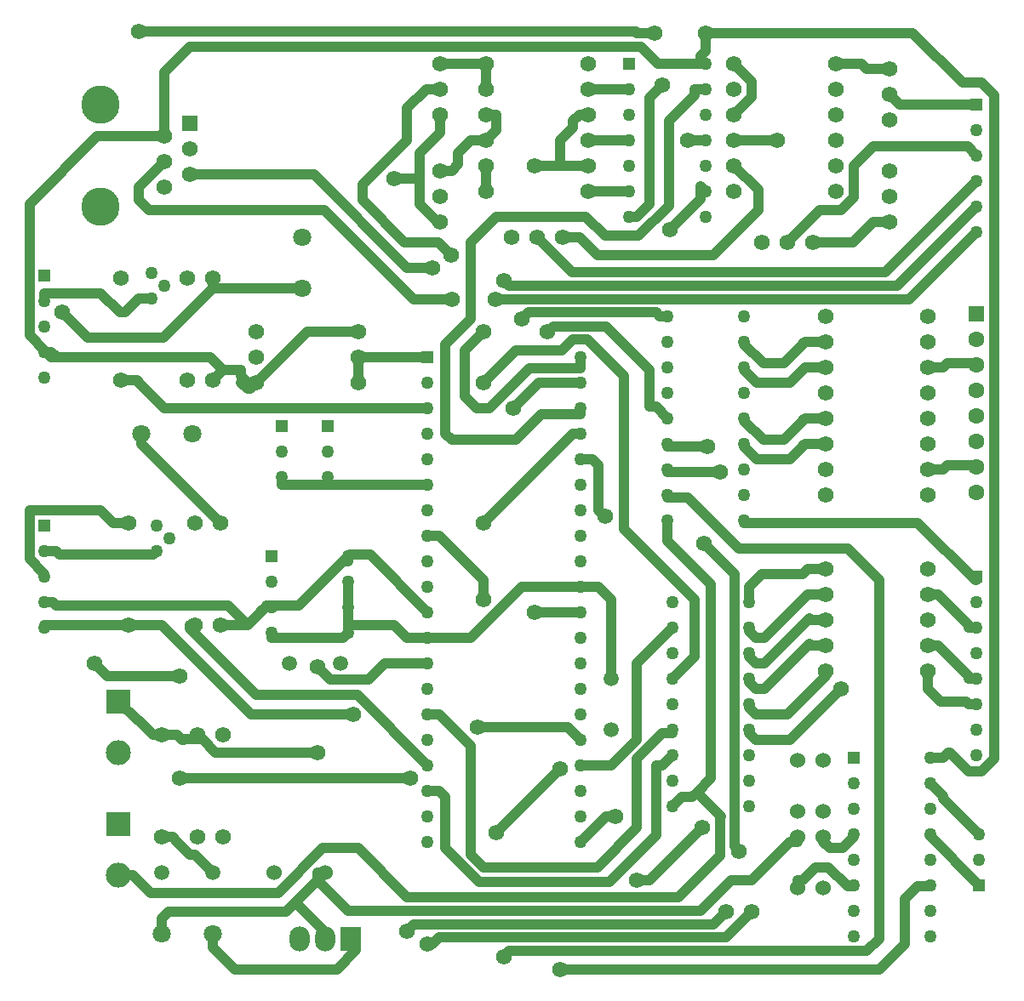
<source format=gtl>
%FSLAX23Y23*%
%MOIN*%
G70*
G01*
G75*
%ADD10C,0.040*%
%ADD11C,0.050*%
%ADD12C,0.060*%
%ADD13C,0.059*%
%ADD14R,0.050X0.050*%
%ADD15C,0.071*%
%ADD16C,0.150*%
%ADD17C,0.062*%
%ADD18R,0.062X0.062*%
%ADD19O,0.079X0.098*%
%ADD20R,0.079X0.098*%
%ADD21R,0.063X0.063*%
%ADD22C,0.063*%
%ADD23C,0.098*%
%ADD24R,0.098X0.098*%
D10*
X10845Y6787D02*
Y7097D01*
X10795Y7148D02*
X10845Y7097D01*
X8625Y6988D02*
Y6997D01*
X9695Y6028D02*
X9725D01*
X9815Y5878D02*
X11195D01*
X11315Y5997D01*
X11395D01*
X11545Y6148D01*
X11575D01*
Y6167D01*
X11845Y9177D02*
X11935D01*
X11845D02*
Y9177D01*
X11825Y9198D02*
X11845Y9177D01*
X11795Y9198D02*
X11825D01*
X11795Y9198D02*
Y9198D01*
X11725Y9198D02*
X11795D01*
X10355Y8698D02*
Y8797D01*
X10295Y9198D02*
X10355D01*
X10295D02*
Y9198D01*
X10245D02*
X10295D01*
X10245Y9198D02*
Y9198D01*
X10175Y9198D02*
X10245D01*
X10355Y9097D02*
Y9198D01*
X11935Y9078D02*
X11975Y9038D01*
X12275D01*
X11918Y8380D02*
X12275Y8738D01*
X10692Y8380D02*
X11918D01*
X10555Y8517D02*
X10692Y8380D01*
X9285Y8318D02*
Y8358D01*
X9005Y7707D02*
Y7747D01*
Y7707D02*
X9315Y7398D01*
X9855Y7948D02*
Y8047D01*
X8925Y7957D02*
X8986D01*
X8995Y7949D01*
Y7948D02*
Y7949D01*
Y7948D02*
X9095Y7847D01*
X10125D01*
Y7847D02*
Y7847D01*
X9555Y7548D02*
Y7577D01*
X10125Y7548D02*
Y7548D01*
X9995Y6997D02*
X10045Y6948D01*
X11215Y9248D02*
Y9318D01*
X11195Y9227D02*
X11215Y9248D01*
X9795Y8148D02*
X9855D01*
X9795D02*
Y8148D01*
X9655D02*
X9795D01*
X9419Y7923D02*
X9430D01*
X9395Y7946D02*
X9419Y7923D01*
X9395Y7946D02*
Y7948D01*
X11635Y8498D02*
X11695D01*
Y8498D01*
X11791D01*
X11870Y8576D01*
Y8578D01*
X11935D01*
X11085Y6287D02*
X11120Y6323D01*
X11160D01*
X11235Y6398D02*
Y7157D01*
X11065Y7327D02*
X11235Y7157D01*
X11065Y7327D02*
Y7407D01*
X10945Y6847D02*
X11085Y6988D01*
X10945Y6548D02*
Y6847D01*
X10845Y6448D02*
X10945Y6548D01*
X10770Y6448D02*
X10845D01*
X10725Y6448D02*
X10770D01*
X8625Y8267D02*
Y8297D01*
X8845D02*
X8920Y8222D01*
X8941D01*
X8995Y8276D01*
Y8278D01*
X9045D01*
X12275Y6987D02*
X12275Y6987D01*
X12245D02*
X12275D01*
X12125Y7117D02*
X12245Y6997D01*
X12085Y7117D02*
X12125D01*
X12275Y6787D02*
X12275Y6787D01*
X12245D02*
X12275D01*
X12125Y6918D02*
X12245Y6798D01*
X12085Y6918D02*
X12125D01*
X10425Y8347D02*
X10445Y8328D01*
X11965D01*
X12275Y8637D01*
X10355Y8998D02*
X10395D01*
X10355Y8898D02*
X10395Y8938D01*
X12275Y8017D02*
X12275Y8017D01*
Y8023D01*
X12160D02*
X12275D01*
X12145Y8007D02*
X12160Y8023D01*
X12145Y8007D02*
Y8007D01*
X12085Y8007D02*
X12145D01*
X12275Y7617D02*
X12275Y7617D01*
Y7622D01*
X12160D02*
X12275D01*
X12145Y7608D02*
X12160Y7622D01*
X12145Y7608D02*
Y7608D01*
X12085Y7608D02*
X12145D01*
X11795Y6178D02*
X11795Y6178D01*
X11790Y6173D02*
X11795Y6178D01*
X11790Y6173D02*
X11790D01*
X11795Y6168D01*
X11750Y6122D02*
X11795Y6168D01*
X11700Y6122D02*
X11750D01*
X11675Y6148D02*
X11700Y6122D01*
X11675Y6148D02*
Y6167D01*
X12095Y6178D02*
X12095Y6178D01*
X12090Y6173D02*
X12095Y6178D01*
X12090Y6173D02*
X12090D01*
X12285Y5977D01*
X11245Y5825D02*
X11295Y5874D01*
X10072Y5825D02*
X11245D01*
X10045Y5798D02*
X10072Y5825D01*
X11545Y6548D02*
X11745Y6747D01*
X11410Y6548D02*
X11545D01*
X11385Y6573D02*
X11410Y6548D01*
X11385Y6573D02*
Y6588D01*
X11045Y6448D02*
X11085Y6488D01*
X11045Y6448D02*
Y6448D01*
X11020D02*
X11045D01*
X11020Y6173D02*
Y6448D01*
X10838Y5990D02*
X11020Y6173D01*
X10327Y5990D02*
X10838D01*
X10195Y6122D02*
X10327Y5990D01*
X10195Y6122D02*
Y6323D01*
X10170Y6347D02*
X10195Y6323D01*
X10125Y6347D02*
X10170D01*
X10125Y6347D02*
Y6347D01*
X11170Y9197D02*
Y9198D01*
X11028D02*
X11170D01*
X10962Y9264D02*
X11028Y9198D01*
X9195Y9264D02*
X10962D01*
X9095Y9163D02*
X9195Y9264D01*
X9095Y8913D02*
Y9163D01*
X11215Y9318D02*
X12025D01*
X12220Y9123D01*
X12295D01*
X12345Y9073D01*
Y6472D02*
Y9073D01*
X12295Y6423D02*
X12345Y6472D01*
X12245Y6423D02*
X12295D01*
X12170Y6497D02*
X12245Y6423D01*
X12164Y6497D02*
X12170D01*
X12145Y6478D02*
X12164Y6497D01*
X12145Y6478D02*
Y6478D01*
X12095Y6478D02*
X12145D01*
X8651Y8068D02*
X8670Y8049D01*
X8566Y8132D02*
Y8648D01*
X8831Y8913D01*
X9095D01*
X9275Y8047D02*
X9325Y7997D01*
X9285Y7957D02*
X9325Y7997D01*
X9815Y7247D02*
Y7267D01*
X9820Y7273D02*
X9900D01*
X10125Y7048D01*
Y7048D02*
Y7048D01*
X10695Y8797D02*
X10755D01*
X10695D02*
Y8797D01*
X11325D02*
X11420Y8703D01*
Y8623D02*
Y8703D01*
X11245Y8448D02*
X11420Y8623D01*
X10789Y8448D02*
X11245D01*
X10720Y8517D02*
X10789Y8448D01*
X10720Y8517D02*
Y8517D01*
X10655D02*
X10720D01*
X11325Y9198D02*
X11395Y9127D01*
Y9068D02*
Y9127D01*
X11325Y8998D02*
X11395Y9068D01*
X12275Y7187D02*
X12275Y7187D01*
Y7173D02*
Y7187D01*
X12270Y7173D02*
X12275D01*
X12045Y7398D02*
X12270Y7173D01*
X11365Y7398D02*
X12045D01*
X11365D02*
Y7407D01*
X9695Y6834D02*
X9745Y6785D01*
X9895D01*
X9958Y6847D01*
X10125D01*
Y6847D02*
Y6847D01*
X11395Y8898D02*
X11495D01*
X11395Y8898D02*
Y8898D01*
X11325Y8898D02*
X11395D01*
X11272Y6247D02*
X11273D01*
X11270Y6246D02*
X11272Y6247D01*
X11270Y6095D02*
Y6246D01*
X11106Y5931D02*
X11270Y6095D01*
X10045Y5931D02*
X11106D01*
X9853Y6122D02*
X10045Y5931D01*
X9714Y6122D02*
X9853D01*
X9539Y5948D02*
X9714Y6122D01*
X9040Y5948D02*
X9539D01*
X8970Y6017D02*
X9040Y5948D01*
X8915Y6017D02*
X8970D01*
X10125Y8047D02*
Y8047D01*
X9945D02*
X10125D01*
X9945Y8047D02*
Y8047D01*
X9855Y8047D02*
X9945D01*
X9825Y5768D02*
X9825Y5777D01*
X9845D01*
Y5722D02*
Y5777D01*
X9770Y5648D02*
X9845Y5722D01*
X9370Y5648D02*
X9770D01*
X9285Y5733D02*
X9370Y5648D01*
X9285Y5733D02*
Y5787D01*
X8695Y8222D02*
X8795Y8123D01*
X9090D01*
X9285Y8318D01*
X12012Y8274D02*
X12275Y8538D01*
X10389Y8274D02*
X12012D01*
X10166Y8498D02*
X10216Y8448D01*
X10035Y8498D02*
X10166D01*
X9870Y8663D02*
X10035Y8498D01*
X9870Y8663D02*
Y8722D01*
X10045Y8898D01*
Y9023D01*
X10120Y9097D01*
X10175D01*
X11535Y8498D02*
X11660Y8623D01*
X11745D01*
X11795Y8672D01*
Y8797D01*
X11870Y8873D01*
X12240D01*
X12275Y8837D01*
X11685Y6798D02*
Y6818D01*
X11535Y6648D02*
X11685Y6798D01*
X11410Y6648D02*
X11535D01*
X11385Y6673D02*
X11410Y6648D01*
X11385Y6673D02*
Y6688D01*
X11624Y6918D02*
X11685D01*
X11620Y6922D02*
X11624Y6918D01*
X11620Y6922D02*
Y6923D01*
X11445Y6747D02*
X11620Y6923D01*
X11410Y6747D02*
X11445D01*
X11385Y6773D02*
X11410Y6747D01*
X11385Y6773D02*
Y6787D01*
X11624Y7017D02*
X11685D01*
X11620Y7022D02*
X11624Y7017D01*
X11620Y7022D02*
Y7023D01*
X11445Y6847D02*
X11620Y7023D01*
X11410Y6847D02*
X11445D01*
X11385Y6872D02*
X11410Y6847D01*
X11385Y6872D02*
Y6887D01*
X11615Y7117D02*
X11685D01*
X11595Y7097D02*
X11615Y7117D01*
X11595Y7097D02*
Y7097D01*
X11445Y6948D02*
X11595Y7097D01*
X11410Y6948D02*
X11445D01*
X11385Y6972D02*
X11410Y6948D01*
X11385Y6972D02*
Y6988D01*
X11615Y7218D02*
X11685D01*
X11595Y7198D02*
X11615Y7218D01*
X11595Y7198D02*
Y7198D01*
X11435Y7198D02*
X11595D01*
X11385Y7148D02*
X11435Y7198D01*
X11385Y7088D02*
Y7148D01*
X11604Y7707D02*
X11685D01*
X11595Y7699D02*
X11604Y7707D01*
X11595Y7698D02*
Y7699D01*
X11545Y7648D02*
X11595Y7698D01*
X11415Y7648D02*
X11545D01*
X11365Y7698D02*
X11415Y7648D01*
X11365Y7698D02*
Y7707D01*
X11604Y7807D02*
X11685D01*
X11595Y7799D02*
X11604Y7807D01*
X11595Y7798D02*
Y7799D01*
X11520Y7722D02*
X11595Y7798D01*
X11440Y7722D02*
X11520D01*
X11365Y7798D02*
X11440Y7722D01*
X11365Y7798D02*
Y7807D01*
X11604Y8007D02*
X11685D01*
X11595Y7998D02*
X11604Y8007D01*
X11595Y7997D02*
Y7998D01*
X11545Y7948D02*
X11595Y7997D01*
X11415Y7948D02*
X11545D01*
X11365Y7997D02*
X11415Y7948D01*
X11365Y7997D02*
Y8007D01*
X11604Y8108D02*
X11685D01*
X11595Y8099D02*
X11604Y8108D01*
X11595Y8097D02*
Y8099D01*
X11520Y8023D02*
X11595Y8097D01*
X11440Y8023D02*
X11520D01*
X11365Y8097D02*
X11440Y8023D01*
X11365Y8097D02*
Y8108D01*
X11795Y5978D02*
X11795Y5978D01*
X11790Y5972D02*
X11795Y5978D01*
X11770Y5972D02*
X11790D01*
X11695Y6048D02*
X11770Y5972D01*
X11645Y6048D02*
X11695D01*
X11595Y5997D02*
X11645Y6048D01*
X11575Y5967D02*
Y5997D01*
X10725Y7648D02*
Y7648D01*
X10770D01*
X10795Y7622D01*
Y7448D02*
Y7622D01*
Y7448D02*
X10820Y7423D01*
X11075Y8547D02*
X11195Y8667D01*
Y8718D01*
X11215Y8697D01*
X11215Y8697D01*
X10725Y7747D02*
Y7747D01*
X10695D02*
X10725D01*
X10345Y7398D02*
X10695Y7747D01*
X11145Y8898D02*
X11170D01*
Y8897D02*
Y8898D01*
Y8897D02*
X11215D01*
X10725Y7823D02*
Y7847D01*
X10570Y7823D02*
X10725D01*
X10470Y7722D02*
X10570Y7823D01*
X10220Y7722D02*
X10470D01*
X10195Y7747D02*
X10220Y7722D01*
X10195Y7747D02*
Y8097D01*
X10295Y8198D01*
Y8498D01*
X10395Y8597D01*
X10745D01*
X10820Y8523D01*
X10952D01*
X11070Y8641D01*
Y8972D01*
X11170Y9073D01*
Y9097D01*
X11215D01*
X9195Y8762D02*
X9680D01*
X10045Y8398D01*
X10145D01*
X10462Y7847D02*
X10562Y7948D01*
X10725D01*
Y7948D02*
Y7948D01*
X8995Y8712D02*
X9095Y8812D01*
X8995Y8663D02*
Y8712D01*
Y8663D02*
X9035Y8623D01*
X9720D01*
X10070Y8273D01*
X10220D01*
X10270Y8073D02*
X10345Y8148D01*
X10270Y7893D02*
Y8073D01*
Y7893D02*
X10316Y7847D01*
X10366D01*
X10524Y8005D01*
X10725D02*
Y8047D01*
X11065Y7497D02*
Y7508D01*
Y7497D02*
X11145D01*
X11345Y7298D01*
X11770D01*
X11895Y7173D01*
Y5768D02*
Y7173D01*
X11845Y5719D02*
X11895Y5768D01*
X10445Y5719D02*
X11845D01*
X10424Y5698D02*
X10445Y5719D01*
X11065Y7597D02*
Y7608D01*
Y7597D02*
X11271D01*
X11293Y5772D02*
X11395Y5873D01*
X10169Y5772D02*
X11293D01*
X10145Y5747D02*
X10169Y5772D01*
X10125Y5747D02*
X10145D01*
X10725Y6148D02*
Y6148D01*
X10825Y6247D01*
X10862D01*
X11326Y6130D02*
X11345Y6111D01*
X11326Y6130D02*
Y7198D01*
X11207Y7317D02*
X11326Y7198D01*
X11065Y7698D02*
X11220D01*
X11065D02*
Y7707D01*
X11020Y7852D02*
X11065Y7807D01*
X10995Y7852D02*
X11020D01*
X10995D02*
Y7997D01*
X10824Y8168D02*
X10995Y7997D01*
X10616Y8168D02*
X10824D01*
X10595Y8148D02*
X10616Y8168D01*
X10395Y6183D02*
X10645Y6433D01*
X9433Y6648D02*
X9833D01*
X9083Y6997D02*
X9433Y6648D01*
X10915Y8597D02*
X10915Y8597D01*
X10915Y8597D02*
Y8597D01*
X10945D01*
X10995Y8648D01*
Y9062D01*
X11045Y9113D01*
X10125Y6448D02*
Y6448D01*
X9850Y6722D02*
X10125Y6448D01*
X9454Y6722D02*
X9850D01*
X9195Y6982D02*
X9454Y6722D01*
X9195Y6982D02*
Y6997D01*
X9215D01*
X10725Y6548D02*
Y6548D01*
X10675Y6597D02*
X10725Y6548D01*
X10320Y6597D02*
X10675D01*
X10645Y5648D02*
X11895D01*
X11995Y5747D01*
Y5923D01*
X12045Y5972D01*
X12095D01*
Y5978D01*
X10995Y5997D02*
X11201Y6203D01*
X10945Y5997D02*
X10995D01*
X10345Y7097D02*
Y7173D01*
X10170Y7347D02*
X10345Y7173D01*
X10125Y7347D02*
X10170D01*
X11085Y6787D02*
X11170Y6872D01*
Y7097D01*
X10895Y7372D02*
X11170Y7097D01*
X10895Y7372D02*
Y7972D01*
X10752Y8116D02*
X10895Y7972D01*
X10695Y8116D02*
X10752D01*
X10652Y8073D02*
X10695Y8116D01*
X10470Y8073D02*
X10652D01*
X10345Y7948D02*
X10470Y8073D01*
X11085Y6573D02*
Y6588D01*
X11045Y6573D02*
X11085D01*
X10945Y6472D02*
X11045Y6573D01*
X10945Y6202D02*
Y6472D01*
X10790Y6048D02*
X10945Y6202D01*
X10345Y6048D02*
X10790D01*
X10295Y6097D02*
X10345Y6048D01*
X10295Y6097D02*
Y6523D01*
X10170Y6648D02*
X10295Y6523D01*
X10125Y6648D02*
X10170D01*
X9325Y7997D02*
X9395D01*
Y7972D02*
Y7997D01*
X8625Y7088D02*
X8656D01*
X8670Y7074D01*
Y7073D02*
Y7074D01*
Y7073D02*
X9345D01*
X9420Y6997D01*
X9315D02*
X9420D01*
X9470Y7049D02*
X9489Y7068D01*
X9495Y7073D02*
X9620D01*
X10165Y8578D02*
X10175D01*
X10095Y8648D02*
X10165Y8578D01*
X10095Y8847D02*
X10175Y8927D01*
Y8998D01*
X10645Y8898D02*
X10695Y8948D01*
Y8972D01*
X10720Y8998D01*
X10755D01*
X9295Y6497D02*
X9695D01*
X8915Y6698D02*
X8990Y6622D01*
X8995D01*
Y6622D02*
Y6622D01*
Y6622D02*
X9050Y6568D01*
X9170Y6548D02*
Y6549D01*
X9164Y6548D02*
X9170D01*
X9145Y6567D02*
X9164Y6548D01*
X9145Y6567D02*
Y6568D01*
X10915Y9097D02*
X10915Y9097D01*
Y9097D01*
X10820D02*
X10915D01*
X10820Y9097D02*
Y9097D01*
X10755Y9097D02*
X10820D01*
X10870Y8897D02*
X10915D01*
X10870D02*
Y8898D01*
X10820D02*
X10870D01*
X10820Y8898D02*
Y8898D01*
X10755Y8898D02*
X10820D01*
X10870Y8697D02*
X10915D01*
X10870D02*
Y8698D01*
X10820D02*
X10870D01*
X10820Y8698D02*
Y8698D01*
X10755Y8698D02*
X10820D01*
X8820Y6847D02*
X8870Y6798D01*
X9155D01*
Y6398D02*
X10056D01*
X9245Y6068D02*
X9285Y6028D01*
X9245Y6068D02*
Y6068D01*
X9215Y6097D02*
X9245Y6068D01*
X9195Y6097D02*
X9215D01*
X9145Y6148D02*
X9195Y6097D01*
X9145Y6148D02*
Y6148D01*
X9126Y6168D02*
X9145Y6148D01*
X9085Y6168D02*
X9126D01*
X9050Y7273D02*
X9065Y7287D01*
X8684Y7273D02*
X9050D01*
X8670Y7286D02*
X8684Y7273D01*
X8625Y7287D02*
X8670D01*
X12275Y6687D02*
X12275Y6687D01*
X12245D02*
X12275D01*
X12235Y6698D02*
X12245Y6688D01*
X12135Y6698D02*
X12235D01*
X12085Y6747D02*
X12135Y6698D01*
X12085Y6747D02*
Y6818D01*
X10295Y8898D02*
X10355D01*
X10245Y8847D02*
X10295Y8898D01*
X10245Y8802D02*
Y8847D01*
X10220Y8778D02*
X10245Y8802D01*
X10175Y8778D02*
X10220D01*
X11034Y8208D02*
X11065D01*
X11020Y8222D02*
X11034Y8208D01*
X11020Y8222D02*
Y8222D01*
X10519D02*
X11020D01*
X10495Y8198D02*
X10519Y8222D01*
X10545Y7048D02*
X10725D01*
Y7048D02*
Y7048D01*
X12145Y6318D02*
X12285Y6177D01*
X12145Y6318D02*
Y6328D01*
X12095Y6378D02*
X12145Y6328D01*
X8995Y9323D02*
X10941D01*
X10945Y9318D01*
Y9318D02*
Y9318D01*
Y9318D02*
X11015D01*
X8625Y7188D02*
Y7198D01*
X8566Y7256D02*
X8625Y7198D01*
X8566Y7256D02*
Y7448D01*
X8845D01*
X8895Y7398D01*
X8955D01*
X10295Y6948D02*
X10495Y7148D01*
X9110Y5872D02*
X9570D01*
X9085Y5847D02*
X9110Y5872D01*
X9085Y5787D02*
Y5847D01*
X9725Y5768D02*
X9725Y5758D01*
X9720D02*
X9725D01*
X9720D02*
Y5798D01*
X9515Y6948D02*
Y6968D01*
Y6948D02*
X9795D01*
X9815Y6968D01*
X9470Y7048D02*
Y7049D01*
X9489Y7068D02*
X9490D01*
X9515D01*
X9420Y6997D02*
X9470Y7048D01*
X9490Y7068D01*
X9495Y7073D01*
X9620D02*
X9795Y7247D01*
X9820Y7273D01*
X8650Y8047D02*
X8670D01*
X9275D01*
X8625Y8068D02*
X8630D01*
X8651D01*
X8670Y8047D02*
Y8049D01*
X8630Y8068D02*
X8650Y8047D01*
X8566Y8132D02*
X8630Y8068D01*
X9395Y7972D02*
X9420Y7948D01*
X9395D02*
X9420D01*
X9455D01*
X9430Y7923D02*
X9455Y7948D01*
X9655Y8148D01*
X9795Y7247D02*
X9815D01*
X11170Y9197D02*
X11195D01*
X11215D01*
X11195D02*
Y9227D01*
X9050Y6568D02*
X9085D01*
X9145D01*
X9244Y6549D02*
X9295Y6497D01*
X9225Y6568D02*
X9244Y6549D01*
X9170D02*
X9244D01*
X10095Y8648D02*
Y8748D01*
Y8847D01*
X9995Y8748D02*
X10095D01*
X10545Y8797D02*
X10645D01*
X10695D01*
X10645D02*
Y8898D01*
X9735Y7548D02*
Y7577D01*
X9555Y7548D02*
X9735D01*
X10125D01*
X11160Y6323D02*
X11179Y6341D01*
X11235Y6398D01*
X11179Y6341D02*
X11273Y6247D01*
X8670Y7286D02*
Y7287D01*
X9285Y8318D02*
X9635D01*
X8625Y8297D02*
X8845D01*
X12245Y6987D02*
Y6997D01*
Y6787D02*
Y6798D01*
Y6687D02*
Y6688D01*
X10395Y8938D02*
Y8998D01*
X11575Y5997D02*
X11595D01*
X10524Y8005D02*
X10725D01*
X8625Y6997D02*
X8955D01*
X9083D01*
X9608Y5910D02*
X9720Y5798D01*
X9570Y5872D02*
X9608Y5910D01*
X9695Y5997D01*
Y6028D01*
X9695Y5997D02*
X9815Y5878D01*
X9695Y5997D02*
X9695Y5997D01*
X9815Y6997D02*
X9995D01*
X10045Y6948D02*
X10125D01*
X10295D01*
X9815Y6968D02*
Y6997D01*
Y7068D01*
Y7168D01*
X10495Y7148D02*
X10725D01*
X10795D01*
D11*
X11065Y7807D02*
D03*
Y7907D02*
D03*
Y8007D02*
D03*
Y8208D02*
D03*
X11365D02*
D03*
Y8108D02*
D03*
Y8007D02*
D03*
Y7907D02*
D03*
Y7807D02*
D03*
X11065Y8108D02*
D03*
Y7407D02*
D03*
X11365D02*
D03*
Y7608D02*
D03*
Y7707D02*
D03*
Y7508D02*
D03*
X11065Y7608D02*
D03*
Y7508D02*
D03*
Y7707D02*
D03*
X8625Y8267D02*
D03*
Y8167D02*
D03*
Y8068D02*
D03*
Y7968D02*
D03*
X9735Y7677D02*
D03*
Y7577D02*
D03*
X12285Y6077D02*
D03*
Y6177D02*
D03*
X12275Y8538D02*
D03*
Y8637D02*
D03*
Y8738D02*
D03*
Y8837D02*
D03*
Y8938D02*
D03*
X8625Y7188D02*
D03*
Y6988D02*
D03*
Y7287D02*
D03*
Y7088D02*
D03*
X9555Y7577D02*
D03*
Y7677D02*
D03*
X10915Y9097D02*
D03*
X10915Y8997D02*
D03*
Y8897D02*
D03*
Y8797D02*
D03*
Y8697D02*
D03*
Y8597D02*
D03*
X11215D02*
D03*
Y8697D02*
D03*
Y8797D02*
D03*
Y8897D02*
D03*
Y8997D02*
D03*
Y9097D02*
D03*
Y9197D02*
D03*
X10725Y7347D02*
D03*
X10125D02*
D03*
X10725Y6347D02*
D03*
Y7548D02*
D03*
Y7448D02*
D03*
Y6747D02*
D03*
Y6847D02*
D03*
X10125Y7948D02*
D03*
X10725Y7648D02*
D03*
X10125Y6948D02*
D03*
X10725Y7148D02*
D03*
Y6948D02*
D03*
Y7048D02*
D03*
X10125Y7148D02*
D03*
X10725Y8047D02*
D03*
Y7948D02*
D03*
X10125Y6448D02*
D03*
Y6548D02*
D03*
X10725Y7847D02*
D03*
Y7747D02*
D03*
X10125Y7548D02*
D03*
Y7648D02*
D03*
Y7847D02*
D03*
Y7747D02*
D03*
Y7247D02*
D03*
Y6847D02*
D03*
Y6148D02*
D03*
X10725D02*
D03*
Y6247D02*
D03*
Y6448D02*
D03*
X10125Y6747D02*
D03*
Y6247D02*
D03*
X10725Y6648D02*
D03*
Y6548D02*
D03*
X10125Y7448D02*
D03*
Y7048D02*
D03*
X10725Y7247D02*
D03*
X11085Y6688D02*
D03*
Y6787D02*
D03*
Y6887D02*
D03*
Y7088D02*
D03*
X11385D02*
D03*
Y6988D02*
D03*
Y6887D02*
D03*
Y6787D02*
D03*
Y6688D02*
D03*
X11085Y6988D02*
D03*
Y6287D02*
D03*
X11385D02*
D03*
Y6387D02*
D03*
X11085D02*
D03*
X9815Y6968D02*
D03*
X9515Y7168D02*
D03*
X9815Y7068D02*
D03*
Y7168D02*
D03*
Y7267D02*
D03*
X9515Y6968D02*
D03*
Y7068D02*
D03*
X12095Y6478D02*
D03*
Y6278D02*
D03*
Y5978D02*
D03*
Y6178D02*
D03*
Y6078D02*
D03*
X11795Y5878D02*
D03*
X12095D02*
D03*
X11795Y5978D02*
D03*
Y6078D02*
D03*
Y6178D02*
D03*
Y6378D02*
D03*
Y6278D02*
D03*
X12095Y6378D02*
D03*
X11795Y5778D02*
D03*
X12095D02*
D03*
X9115Y7338D02*
D03*
X9065Y7387D02*
D03*
Y7287D02*
D03*
X9045Y8278D02*
D03*
Y8377D02*
D03*
X9095Y8328D02*
D03*
X10125Y6648D02*
D03*
X11085Y6588D02*
D03*
X10125Y6347D02*
D03*
X11085Y6488D02*
D03*
X11385D02*
D03*
Y6588D02*
D03*
X12275Y7087D02*
D03*
Y6987D02*
D03*
Y6887D02*
D03*
Y6787D02*
D03*
Y6687D02*
D03*
Y6487D02*
D03*
Y6587D02*
D03*
D12*
X9725Y6028D02*
D03*
X9525Y6028D02*
D03*
X11675Y5967D02*
D03*
X11675Y6167D02*
D03*
X11575Y5967D02*
D03*
X11575Y6167D02*
D03*
X11675Y6267D02*
D03*
X11675Y6467D02*
D03*
X11575Y6468D02*
D03*
X11575Y6268D02*
D03*
D13*
X10845Y6588D02*
D03*
Y6787D02*
D03*
X9785Y6847D02*
D03*
X9585D02*
D03*
X9085Y6028D02*
D03*
X9285D02*
D03*
D14*
X8625Y8368D02*
D03*
X9735Y7778D02*
D03*
X12285Y5977D02*
D03*
X12275Y9038D02*
D03*
X8625Y7387D02*
D03*
X9555Y7778D02*
D03*
X10915Y9197D02*
D03*
X10125Y8047D02*
D03*
X9515Y7267D02*
D03*
X11795Y6478D02*
D03*
X12275Y7187D02*
D03*
D15*
X9205Y7747D02*
D03*
X9005D02*
D03*
X9635Y8318D02*
D03*
Y8517D02*
D03*
X9285Y5787D02*
D03*
X9085D02*
D03*
D16*
X8845Y9038D02*
D03*
Y8637D02*
D03*
D17*
X9095Y8913D02*
D03*
X9195Y8762D02*
D03*
X9095Y8812D02*
D03*
X9195Y8863D02*
D03*
X9095Y8712D02*
D03*
X10755Y9097D02*
D03*
X10355Y9097D02*
D03*
Y8898D02*
D03*
X10755Y8898D02*
D03*
Y8698D02*
D03*
X10355Y8698D02*
D03*
X11725Y8698D02*
D03*
X11325Y8698D02*
D03*
Y8898D02*
D03*
X11725Y8898D02*
D03*
Y9097D02*
D03*
X11325Y9097D02*
D03*
X10355Y9198D02*
D03*
X10755Y9198D02*
D03*
Y8998D02*
D03*
X10355Y8998D02*
D03*
Y8797D02*
D03*
X10755Y8797D02*
D03*
X11325Y8797D02*
D03*
X11725Y8797D02*
D03*
Y8998D02*
D03*
X11325Y8998D02*
D03*
Y9198D02*
D03*
X11725Y9198D02*
D03*
X8955Y7398D02*
D03*
X8955Y6997D02*
D03*
X8925Y8358D02*
D03*
X8925Y7957D02*
D03*
X9455Y8148D02*
D03*
X9855Y8148D02*
D03*
Y7948D02*
D03*
X9455Y7948D02*
D03*
X9215Y7398D02*
D03*
X9215Y6997D02*
D03*
X9185Y7957D02*
D03*
X9185Y8358D02*
D03*
X9225Y6168D02*
D03*
X9225Y6568D02*
D03*
X9315Y6997D02*
D03*
X9315Y7398D02*
D03*
X9285Y8358D02*
D03*
X9285Y7957D02*
D03*
X9455Y8047D02*
D03*
X9855Y8047D02*
D03*
X11685Y7218D02*
D03*
X12085Y7218D02*
D03*
Y7117D02*
D03*
X11685Y7117D02*
D03*
Y7017D02*
D03*
X12085Y7017D02*
D03*
Y6918D02*
D03*
X11685Y6918D02*
D03*
Y6818D02*
D03*
X12085Y6818D02*
D03*
Y8208D02*
D03*
X11685Y8208D02*
D03*
Y8108D02*
D03*
X12085Y8108D02*
D03*
Y8007D02*
D03*
X11685Y8007D02*
D03*
Y7907D02*
D03*
X12085Y7907D02*
D03*
Y7807D02*
D03*
X11685Y7807D02*
D03*
Y7707D02*
D03*
X12085Y7707D02*
D03*
Y7608D02*
D03*
X11685Y7608D02*
D03*
X9325Y6568D02*
D03*
X9325Y6168D02*
D03*
X12085Y7508D02*
D03*
X11685Y7508D02*
D03*
X10455Y8517D02*
D03*
X10555D02*
D03*
X10655Y8517D02*
D03*
X11635Y8498D02*
D03*
X11535Y8498D02*
D03*
X11435D02*
D03*
X11935Y8778D02*
D03*
Y8677D02*
D03*
X11935Y8578D02*
D03*
Y8977D02*
D03*
X11935Y9078D02*
D03*
Y9177D02*
D03*
X9085Y6568D02*
D03*
X9085Y6168D02*
D03*
X11015Y9318D02*
D03*
X11215Y9318D02*
D03*
X10175Y9198D02*
D03*
Y9097D02*
D03*
X10175Y8998D02*
D03*
X10175Y8778D02*
D03*
Y8677D02*
D03*
X10175Y8578D02*
D03*
X10425Y8347D02*
D03*
X11295Y5874D02*
D03*
X10045Y5798D02*
D03*
X11745Y6747D02*
D03*
X10545Y8797D02*
D03*
X9695Y6834D02*
D03*
X11495Y8898D02*
D03*
X8695Y8222D02*
D03*
X10389Y8274D02*
D03*
X10216Y8448D02*
D03*
X10820Y7423D02*
D03*
X11075Y8547D02*
D03*
X10345Y7398D02*
D03*
X11145Y8898D02*
D03*
X10145Y8398D02*
D03*
X10462Y7847D02*
D03*
X10220Y8273D02*
D03*
X10345Y8148D02*
D03*
X10424Y5698D02*
D03*
X11271Y7597D02*
D03*
X11395Y5873D02*
D03*
X10125Y5747D02*
D03*
X10862Y6247D02*
D03*
X11345Y6111D02*
D03*
X11207Y7317D02*
D03*
X11220Y7698D02*
D03*
X10595Y8148D02*
D03*
X10395Y6183D02*
D03*
X10645Y6433D02*
D03*
X9833Y6648D02*
D03*
X11045Y9113D02*
D03*
X10320Y6597D02*
D03*
X10645Y5648D02*
D03*
X11201Y6203D02*
D03*
X10945Y5997D02*
D03*
X10345Y7097D02*
D03*
Y7948D02*
D03*
X9995Y8748D02*
D03*
X9695Y6497D02*
D03*
X8820Y6847D02*
D03*
X9155Y6798D02*
D03*
Y6398D02*
D03*
X10056D02*
D03*
X10495Y8198D02*
D03*
X10545Y7048D02*
D03*
X8995Y9323D02*
D03*
D18*
X9195Y8962D02*
D03*
D19*
X9625Y5768D02*
D03*
X9725D02*
D03*
D20*
X9825D02*
D03*
D21*
X12275Y8217D02*
D03*
D22*
Y8117D02*
D03*
Y8017D02*
D03*
Y7917D02*
D03*
Y7817D02*
D03*
Y7717D02*
D03*
Y7617D02*
D03*
Y7517D02*
D03*
D23*
X8915Y6497D02*
D03*
Y6017D02*
D03*
D24*
X8915Y6698D02*
D03*
Y6218D02*
D03*
M02*

</source>
